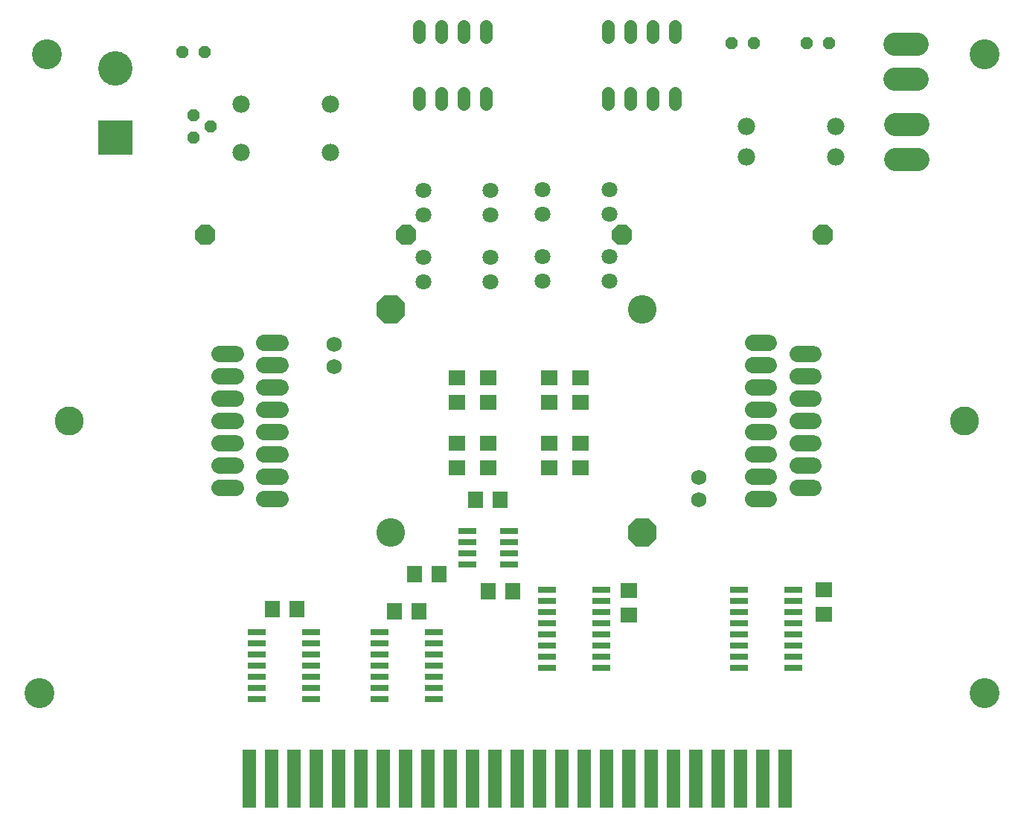
<source format=gts>
G75*
G70*
%OFA0B0*%
%FSLAX24Y24*%
%IPPOS*%
%LPD*%
%AMOC8*
5,1,8,0,0,1.08239X$1,22.5*
%
%ADD10C,0.0749*%
%ADD11C,0.1044*%
%ADD12C,0.0709*%
%ADD13OC8,0.0560*%
%ADD14C,0.0780*%
%ADD15OC8,0.0900*%
%ADD16C,0.0690*%
%ADD17C,0.1280*%
%ADD18OC8,0.1280*%
%ADD19R,0.1540X0.1540*%
%ADD20C,0.1540*%
%ADD21R,0.0840X0.0300*%
%ADD22C,0.1340*%
%ADD23R,0.0640X0.2590*%
%ADD24C,0.1300*%
%ADD25C,0.0560*%
%ADD26R,0.0670X0.0749*%
%ADD27R,0.0749X0.0670*%
%ADD28R,0.0750X0.0670*%
%ADD29R,0.0820X0.0260*%
D10*
X012991Y016333D02*
X013700Y016333D01*
X013700Y017333D02*
X012991Y017333D01*
X012991Y018333D02*
X013700Y018333D01*
X013700Y019333D02*
X012991Y019333D01*
X012991Y020333D02*
X013700Y020333D01*
X013700Y021333D02*
X012991Y021333D01*
X012991Y022333D02*
X013700Y022333D01*
X013700Y023333D02*
X012991Y023333D01*
X011700Y022833D02*
X010991Y022833D01*
X010991Y021833D02*
X011700Y021833D01*
X011700Y020833D02*
X010991Y020833D01*
X010991Y019833D02*
X011700Y019833D01*
X011700Y018833D02*
X010991Y018833D01*
X010991Y017833D02*
X011700Y017833D01*
X011700Y016833D02*
X010991Y016833D01*
X034871Y017333D02*
X035580Y017333D01*
X035580Y016333D02*
X034871Y016333D01*
X036871Y016833D02*
X037580Y016833D01*
X037580Y017833D02*
X036871Y017833D01*
X036871Y018833D02*
X037580Y018833D01*
X037580Y019833D02*
X036871Y019833D01*
X036871Y020833D02*
X037580Y020833D01*
X037580Y021833D02*
X036871Y021833D01*
X036871Y022833D02*
X037580Y022833D01*
X035580Y023333D02*
X034871Y023333D01*
X034871Y022333D02*
X035580Y022333D01*
X035580Y021333D02*
X034871Y021333D01*
X034871Y020333D02*
X035580Y020333D01*
X035580Y019333D02*
X034871Y019333D01*
X034871Y018333D02*
X035580Y018333D01*
D11*
X041236Y031571D02*
X042240Y031571D01*
X042240Y033130D02*
X041236Y033130D01*
X041215Y035171D02*
X042219Y035171D01*
X042219Y036730D02*
X041215Y036730D01*
D12*
X028460Y030191D03*
X028460Y029091D03*
X028460Y027191D03*
X028460Y026091D03*
X025460Y026091D03*
X025460Y027191D03*
X025460Y029091D03*
X025460Y030191D03*
X023110Y030141D03*
X023110Y029041D03*
X023110Y027141D03*
X023110Y026041D03*
X020110Y026041D03*
X020110Y027141D03*
X020110Y029041D03*
X020110Y030141D03*
D13*
X010566Y033022D03*
X009816Y033522D03*
X009816Y032522D03*
X010316Y036368D03*
X009316Y036368D03*
X033922Y036762D03*
X034922Y036762D03*
X037269Y036762D03*
X038269Y036762D03*
D14*
X038588Y033022D03*
X038588Y031644D03*
X034588Y031644D03*
X034588Y033022D03*
X015950Y034006D03*
X015950Y031841D03*
X011950Y031841D03*
X011950Y034006D03*
D15*
X010360Y028141D03*
X019360Y028141D03*
X029010Y028141D03*
X038010Y028141D03*
D16*
X032460Y017291D03*
X032460Y016291D03*
X016110Y022241D03*
X016110Y023241D03*
D17*
X018660Y014833D03*
X029910Y024833D03*
D18*
X018660Y024833D03*
X029910Y014833D03*
D19*
X006325Y032515D03*
D20*
X006325Y035620D03*
D21*
X025650Y012241D03*
X025650Y011741D03*
X025650Y011241D03*
X025650Y010741D03*
X025650Y010241D03*
X025650Y009741D03*
X025650Y009241D03*
X025650Y008741D03*
X028070Y008741D03*
X028070Y009241D03*
X028070Y009741D03*
X028070Y010241D03*
X028070Y010741D03*
X028070Y011241D03*
X028070Y011741D03*
X028070Y012241D03*
X034250Y012241D03*
X034250Y011741D03*
X034250Y011241D03*
X034250Y010741D03*
X034250Y010241D03*
X034250Y009741D03*
X034250Y009241D03*
X034250Y008741D03*
X036670Y008741D03*
X036670Y009241D03*
X036670Y009741D03*
X036670Y010241D03*
X036670Y010741D03*
X036670Y011241D03*
X036670Y011741D03*
X036670Y012241D03*
X020570Y010341D03*
X020570Y009841D03*
X020570Y009341D03*
X020570Y008841D03*
X020570Y008341D03*
X020570Y007841D03*
X020570Y007341D03*
X018150Y007341D03*
X018150Y007841D03*
X018150Y008341D03*
X018150Y008841D03*
X018150Y009341D03*
X018150Y009841D03*
X018150Y010341D03*
X015070Y010341D03*
X015070Y009841D03*
X015070Y009341D03*
X015070Y008841D03*
X015070Y008341D03*
X015070Y007841D03*
X015070Y007341D03*
X012650Y007341D03*
X012650Y007841D03*
X012650Y008341D03*
X012650Y008841D03*
X012650Y009341D03*
X012650Y009841D03*
X012650Y010341D03*
D22*
X002910Y007628D03*
X003251Y036240D03*
X045249Y036240D03*
X045249Y007628D03*
D23*
X036304Y003800D03*
X035304Y003800D03*
X034304Y003800D03*
X033304Y003800D03*
X032304Y003800D03*
X031304Y003800D03*
X030304Y003800D03*
X029304Y003800D03*
X028304Y003800D03*
X027304Y003800D03*
X026304Y003800D03*
X025304Y003800D03*
X024304Y003800D03*
X023304Y003800D03*
X022304Y003800D03*
X021304Y003800D03*
X020304Y003800D03*
X019304Y003800D03*
X018304Y003800D03*
X017304Y003800D03*
X016304Y003800D03*
X015304Y003800D03*
X014304Y003800D03*
X013304Y003800D03*
X012304Y003800D03*
D24*
X004236Y019833D03*
X044335Y019833D03*
D25*
X031395Y034018D02*
X031395Y034538D01*
X030395Y034538D02*
X030395Y034018D01*
X029395Y034018D02*
X029395Y034538D01*
X028395Y034538D02*
X028395Y034018D01*
X028395Y037018D02*
X028395Y037538D01*
X029395Y037538D02*
X029395Y037018D01*
X030395Y037018D02*
X030395Y037538D01*
X031395Y037538D02*
X031395Y037018D01*
X022930Y037018D02*
X022930Y037538D01*
X021930Y037538D02*
X021930Y037018D01*
X020930Y037018D02*
X020930Y037538D01*
X019930Y037538D02*
X019930Y037018D01*
X019930Y034538D02*
X019930Y034018D01*
X020930Y034018D02*
X020930Y034538D01*
X021930Y034538D02*
X021930Y034018D01*
X022930Y034018D02*
X022930Y034538D01*
D26*
X022454Y016289D03*
X023556Y016289D03*
X020800Y012943D03*
X019698Y012943D03*
X019912Y011291D03*
X018809Y011291D03*
X023005Y012195D03*
X024107Y012195D03*
X014462Y011391D03*
X013359Y011391D03*
D27*
X021627Y017707D03*
X021627Y018809D03*
X023005Y018809D03*
X023005Y017707D03*
X025761Y017707D03*
X027139Y017707D03*
X027139Y018809D03*
X025761Y018809D03*
X029321Y012232D03*
X029321Y011129D03*
X038061Y011147D03*
X038061Y012249D03*
D28*
X027139Y020651D03*
X025761Y020651D03*
X025761Y021771D03*
X027139Y021771D03*
X023005Y021771D03*
X023005Y020651D03*
X021627Y020651D03*
X021627Y021771D03*
D29*
X022075Y014874D03*
X022075Y014374D03*
X022075Y013874D03*
X022075Y013374D03*
X023935Y013374D03*
X023935Y013874D03*
X023935Y014374D03*
X023935Y014874D03*
M02*

</source>
